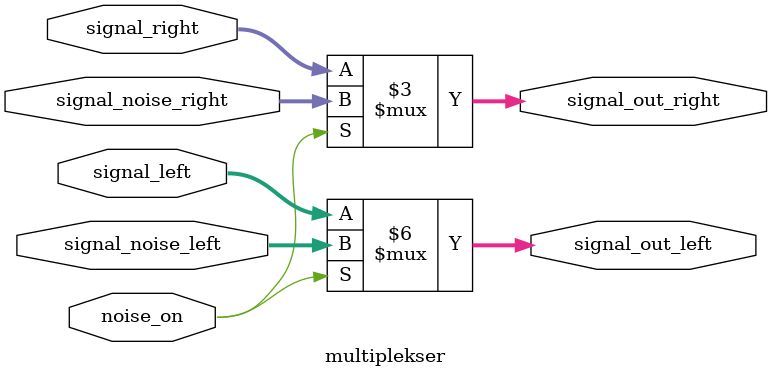
<source format=v>
module multiplekser(input [23:0] signal_left, signal_right, signal_noise_left, signal_noise_right,
							input noise_on,
							output reg [23:0] signal_out_left, signal_out_right);
	always @(*) begin
       if (noise_on) begin
            signal_out_left <= signal_noise_left;
            signal_out_right <= signal_noise_right;
       end else begin
            signal_out_left <= signal_left;
            signal_out_right <= signal_right;
       end
    end
	 
endmodule

</source>
